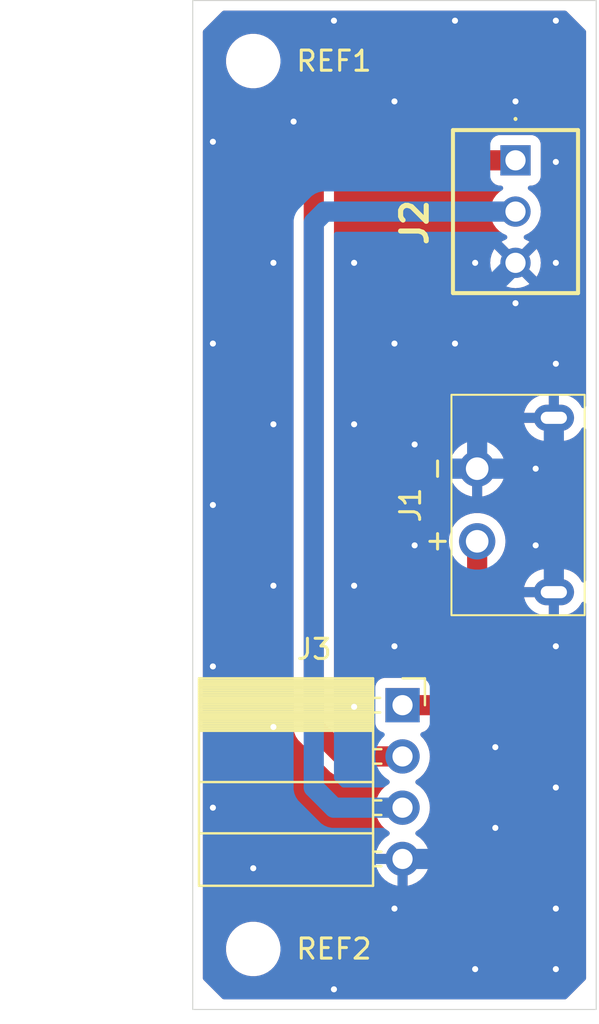
<source format=kicad_pcb>
(kicad_pcb (version 20240108) (generator "pcbnew") (generator_version "8.0")
  (title_block (title "Power supply and CAN BUS 1") (date "2024-09-26") (rev "0.1") (company "Mocke Tech., LLC") (comment 1 "Kiyotaka ATSUMI"))
  (layers (0 "F.Cu" signal) (31 "B.Cu" signal) (34 "B.Paste" user) (35 "F.Paste" user) (36 "B.SilkS" user "B.Silkscreen") (37 "F.SilkS" user "F.Silkscreen") (38 "B.Mask" user) (39 "F.Mask" user) (44 "Edge.Cuts" user))
  (net 0 "")
  (net 1 "Net-(J1-VBUS)")
  (net 2 "Net-(J3-Pin_2)")
  (net 3 "Net-(J3-Pin_3)")
  (net 4 "GND")
  (footprint "KiCad:WJEK25425403P14000A" (layer "F.Cu") (at 144 85.92 -90)
    (property "Reference" "J2" (at 3.08 5 90) (layer "F.SilkS") (effects (font (size 1.27 1.27) (thickness 0.254))))
    (property "Value" "WJEK254-2.54-03P-140-00A" (hide yes))
    (fp_line (start -1.5 3.1) (end -1.5 -3.1) (stroke (width 0.2)) (layer "F.SilkS"))
    (fp_line (start 6.58 3.1) (end -1.5 3.1) (stroke (width 0.2)) (layer "F.SilkS"))
    (fp_line (start -2.1 0) (end -2.1 0) (stroke (width 0.1)) (layer "F.SilkS"))
    (fp_line (start -2 0) (end -2 0) (stroke (width 0.1)) (layer "F.SilkS"))
    (fp_line (start -1.5 -3.1) (end 6.58 -3.1) (stroke (width 0.2)) (layer "F.SilkS"))
    (fp_line (start 6.58 -3.1) (end 6.58 3.1) (stroke (width 0.2)) (layer "F.SilkS"))
    (fp_arc (start -2.1 0) (mid -2.05 -0.05) (end -2 0) (stroke (width 0.1)) (layer "F.SilkS"))
    (fp_arc (start -2 0) (mid -2.05 0.05) (end -2.1 0) (stroke (width 0.1)) (layer "F.SilkS"))
    (pad "1" thru_hole rect (at 0 0 270) (size 1.5 1.5) (drill 1) (layers "*.Cu" "*.Mask") (net 2 "Net-(J3-Pin_2)"))
    (pad "2" thru_hole circle (at 2.54 0 270) (size 1.5 1.5) (drill 1) (layers "*.Cu" "*.Mask") (net 3 "Net-(J3-Pin_3)"))
    (pad "3" thru_hole circle (at 5.08 0 270) (size 1.5 1.5) (drill 1) (layers "*.Cu" "*.Mask") (net 4 "GND"))
  )
  (footprint "MountingHole:MountingHole_2.2mm_M2_DIN965" (layer "F.Cu") (at 131 125)
    (property "Reference" "REF2" (at 4 0 0) (layer "F.SilkS"))
    (property "Value" "MountingHole_2.2mm_M2_DIN965")
    (pad "" np_thru_hole circle (at 0 0) (size 2.2 2.2) (drill 2.2) (layers "*.Cu" "*.Mask"))
  )
  (footprint "Connector_PinSocket_2.54mm:PinSocket_1x04_P2.54mm_Horizontal" (layer "F.Cu") (at 138.4 112.92)
    (property "Reference" "J3" (at -4.38 -2.77 0) (layer "F.SilkS"))
    (property "Value" "Conn_01x04_Socket")
    (fp_line (start -10.09 -1.33) (end -10.09 8.95) (stroke (width 0.12)) (layer "F.SilkS"))
    (fp_line (start -10.09 -1.33) (end -1.46 -1.33) (stroke (width 0.12)) (layer "F.SilkS"))
    (fp_line (start -10.09 -1.21) (end -1.46 -1.21) (stroke (width 0.12)) (layer "F.SilkS"))
    (fp_line (start -10.09 -1.091905) (end -1.46 -1.091905) (stroke (width 0.12)) (layer "F.SilkS"))
    (fp_line (start -10.09 -0.97381) (end -1.46 -0.97381) (stroke (width 0.12)) (layer "F.SilkS"))
    (fp_line (start -10.09 -0.855715) (end -1.46 -0.855715) (stroke (width 0.12)) (layer "F.SilkS"))
    (fp_line (start -10.09 -0.73762) (end -1.46 -0.73762) (stroke (width 0.12)) (layer "F.SilkS"))
    (fp_line (start -10.09 -0.619525) (end -1.46 -0.619525) (stroke (width 0.12)) (layer "F.SilkS"))
    (fp_line (start -10.09 -0.50143) (end -1.46 -0.50143) (stroke (width 0.12)) (layer "F.SilkS"))
    (fp_line (start -10.09 -0.383335) (end -1.46 -0.383335) (stroke (width 0.12)) (layer "F.SilkS"))
    (fp_line (start -10.09 -0.26524) (end -1.46 -0.26524) (stroke (width 0.12)) (layer "F.SilkS"))
    (fp_line (start -10.09 -0.147145) (end -1.46 -0.147145) (stroke (width 0.12)) (layer "F.SilkS"))
    (fp_line (start -10.09 -0.02905) (end -1.46 -0.02905) (stroke (width 0.12)) (layer "F.SilkS"))
    (fp_line (start -10.09 0.089045) (end -1.46 0.089045) (stroke (width 0.12)) (layer "F.SilkS"))
    (fp_line (start -10.09 0.20714) (end -1.46 0.20714) (stroke (width 0.12)) (layer "F.SilkS"))
    (fp_line (start -10.09 0.325235) (end -1.46 0.325235) (stroke (width 0.12)) (layer "F.SilkS"))
    (fp_line (start -10.09 0.44333) (end -1.46 0.44333) (stroke (width 0.12)) (layer "F.SilkS"))
    (fp_line (start -10.09 0.561425) (end -1.46 0.561425) (stroke (width 0.12)) (layer "F.SilkS"))
    (fp_line (start -10.09 0.67952) (end -1.46 0.67952) (stroke (width 0.12)) (layer "F.SilkS"))
    (fp_line (start -10.09 0.797615) (end -1.46 0.797615) (stroke (width 0.12)) (layer "F.SilkS"))
    (fp_line (start -10.09 0.91571) (end -1.46 0.91571) (stroke (width 0.12)) (layer "F.SilkS"))
    (fp_line (start -10.09 1.033805) (end -1.46 1.033805) (stroke (width 0.12)) (layer "F.SilkS"))
    (fp_line (start -10.09 1.1519) (end -1.46 1.1519) (stroke (width 0.12)) (layer "F.SilkS"))
    (fp_line (start -10.09 1.27) (end -1.46 1.27) (stroke (width 0.12)) (layer "F.SilkS"))
    (fp_line (start -10.09 3.81) (end -1.46 3.81) (stroke (width 0.12)) (layer "F.SilkS"))
    (fp_line (start -10.09 6.35) (end -1.46 6.35) (stroke (width 0.12)) (layer "F.SilkS"))
    (fp_line (start -10.09 8.95) (end -1.46 8.95) (stroke (width 0.12)) (layer "F.SilkS"))
    (fp_line (start -1.46 -1.33) (end -1.46 8.95) (stroke (width 0.12)) (layer "F.SilkS"))
    (fp_line (start -1.46 -0.36) (end -1.11 -0.36) (stroke (width 0.12)) (layer "F.SilkS"))
    (fp_line (start -1.46 0.36) (end -1.11 0.36) (stroke (width 0.12)) (layer "F.SilkS"))
    (fp_line (start -1.46 2.18) (end -1.05 2.18) (stroke (width 0.12)) (layer "F.SilkS"))
    (fp_line (start -1.46 2.9) (end -1.05 2.9) (stroke (width 0.12)) (layer "F.SilkS"))
    (fp_line (start -1.46 4.72) (end -1.05 4.72) (stroke (width 0.12)) (layer "F.SilkS"))
    (fp_line (start -1.46 5.44) (end -1.05 5.44) (stroke (width 0.12)) (layer "F.SilkS"))
    (fp_line (start -1.46 7.26) (end -1.05 7.26) (stroke (width 0.12)) (layer "F.SilkS"))
    (fp_line (start -1.46 7.98) (end -1.05 7.98) (stroke (width 0.12)) (layer "F.SilkS"))
    (fp_line (start 0 -1.33) (end 1.11 -1.33) (stroke (width 0.12)) (layer "F.SilkS"))
    (fp_line (start 1.11 -1.33) (end 1.11 0) (stroke (width 0.12)) (layer "F.SilkS"))
    (pad "1" thru_hole rect (at 0 0) (size 1.7 1.7) (drill 1) (layers "*.Cu" "*.Mask") (net 1 "Net-(J1-VBUS)"))
    (pad "2" thru_hole oval (at 0 2.54) (size 1.7 1.7) (drill 1) (layers "*.Cu" "*.Mask") (net 2 "Net-(J3-Pin_2)"))
    (pad "3" thru_hole oval (at 0 5.08) (size 1.7 1.7) (drill 1) (layers "*.Cu" "*.Mask") (net 3 "Net-(J3-Pin_3)"))
    (pad "4" thru_hole oval (at 0 7.62) (size 1.7 1.7) (drill 1) (layers "*.Cu" "*.Mask") (net 4 "GND"))
  )
  (footprint "MountingHole:MountingHole_2.2mm_M2_DIN965" (layer "F.Cu") (at 131 81)
    (property "Reference" "REF1" (at 4 0 0) (layer "F.SilkS"))
    (property "Value" "MountingHole_2.2mm_M2_DIN965")
    (pad "" np_thru_hole circle (at 0 0) (size 2.2 2.2) (drill 2.2) (layers "*.Cu" "*.Mask"))
  )
  (footprint "A295-CTRPB-1:A295-CTRPB-1" (layer "F.Cu") (at 144 103 90)
    (property "Reference" "J1" (at 0 -5.207 90) (layer "F.SilkS"))
    (property "Value" "A295-CTRPB-1")
    (fp_rect (start -5.461 -3.175) (end 5.461 3.429) (stroke (width 0.1)) (fill none) (layer "F.SilkS"))
    (fp_text user "-" (at 1.8 -3.937 90) (layer "F.SilkS"))
    (fp_text user "+" (at -1.8 -3.937 90) (layer "F.SilkS"))
    (pad "1" thru_hole oval (at -1.8 -1.9 90) (size 1.8 1.8) (drill 1.12) (layers "*.Cu" "*.Mask") (net 1 "Net-(J1-VBUS)"))
    (pad "2" thru_hole oval (at 1.8 -1.9 90) (size 1.8 1.8) (drill 1.12) (layers "*.Cu" "*.Mask") (net 4 "GND"))
    (pad "3" thru_hole oval (at -4.32 1.9 90) (size 1.3 2) (drill oval 0.6 1.3) (layers "*.Cu" "*.Mask") (net 4 "GND"))
    (pad "3" thru_hole oval (at 4.32 1.9 90) (size 1.3 2) (drill oval 0.6 1.3) (layers "*.Cu" "*.Mask") (net 4 "GND"))
  )
  (gr_rect (start 128 78) (end 148 128) (stroke (width 0.05)) (fill none) (layer "Edge.Cuts"))
  (segment (start 144 109) (end 144 112) (width 1) (layer "F.Cu") (net 1))
  (segment (start 143.08 112.92) (end 138.4 112.92) (width 1) (layer "F.Cu") (net 1))
  (segment (start 144 112) (end 143.08 112.92) (width 1) (layer "F.Cu") (net 1))
  (segment (start 142.1 104.8) (end 142.1 107.1) (width 1) (layer "F.Cu") (net 1))
  (segment (start 142.1 107.1) (end 144 109) (width 1) (layer "F.Cu") (net 1))
  (segment (start 144 85.92) (end 135.08 85.92) (width 1) (layer "F.Cu") (net 2))
  (segment (start 135.08 85.92) (end 134 87) (width 1) (layer "F.Cu") (net 2))
  (segment (start 134 87) (end 134 114) (width 1) (layer "F.Cu") (net 2))
  (segment (start 135.46 115.46) (end 138.4 115.46) (width 1) (layer "F.Cu") (net 2))
  (segment (start 134 114) (end 135.46 115.46) (width 1) (layer "F.Cu") (net 2))
  (segment (start 134 117) (end 135 118) (width 1) (layer "B.Cu") (net 3))
  (segment (start 134 89) (end 134 117) (width 1) (layer "B.Cu") (net 3))
  (segment (start 134.54 88.46) (end 134 89) (width 1) (layer "B.Cu") (net 3))
  (segment (start 144 88.46) (end 134.54 88.46) (width 1) (layer "B.Cu") (net 3))
  (segment (start 135 118) (end 138.4 118) (width 1) (layer "B.Cu") (net 3))
  (via (at 136 91) (size 0.6) (drill 0.3) (layers "F.Cu" "B.Cu") (net 4))
  (via (at 129 118) (size 0.6) (drill 0.3) (layers "F.Cu" "B.Cu") (net 4))
  (via (at 132 114) (size 0.6) (drill 0.3) (layers "F.Cu" "B.Cu") (net 4))
  (via (at 141 79) (size 0.6) (drill 0.3) (layers "F.Cu" "B.Cu") (net 4))
  (via (at 146 123) (size 0.6) (drill 0.3) (layers "F.Cu" "B.Cu") (net 4))
  (via (at 142 91) (size 0.6) (drill 0.3) (layers "F.Cu" "B.Cu") (net 4))
  (via (at 146 96) (size 0.6) (drill 0.3) (layers "F.Cu" "B.Cu") (net 4))
  (via (at 143 115) (size 0.6) (drill 0.3) (layers "F.Cu" "B.Cu") (net 4))
  (via (at 129 111) (size 0.6) (drill 0.3) (layers "F.Cu" "B.Cu") (net 4))
  (via (at 144 83) (size 0.6) (drill 0.3) (layers "F.Cu" "B.Cu") (net 4))
  (via (at 138 123) (size 0.6) (drill 0.3) (layers "F.Cu" "B.Cu") (net 4))
  (via (at 132 99) (size 0.6) (drill 0.3) (layers "F.Cu" "B.Cu") (net 4))
  (via (at 135 79) (size 0.6) (drill 0.3) (layers "F.Cu" "B.Cu") (net 4))
  (via (at 136 107) (size 0.6) (drill 0.3) (layers "F.Cu" "B.Cu") (net 4))
  (via (at 132 91) (size 0.6) (drill 0.3) (layers "F.Cu" "B.Cu") (net 4))
  (via (at 141 95) (size 0.6) (drill 0.3) (layers "F.Cu" "B.Cu") (net 4))
  (via (at 133 84) (size 0.6) (drill 0.3) (layers "F.Cu" "B.Cu") (net 4))
  (via (at 138 83) (size 0.6) (drill 0.3) (layers "F.Cu" "B.Cu") (net 4))
  (via (at 144 93) (size 0.6) (drill 0.3) (layers "F.Cu" "B.Cu") (net 4))
  (via (at 136 99) (size 0.6) (drill 0.3) (layers "F.Cu" "B.Cu") (net 4))
  (via (at 139 105) (size 0.6) (drill 0.3) (layers "F.Cu" "B.Cu") (net 4))
  (via (at 129 103) (size 0.6) (drill 0.3) (layers "F.Cu" "B.Cu") (net 4))
  (via (at 143 119) (size 0.6) (drill 0.3) (layers "F.Cu" "B.Cu") (net 4))
  (via (at 138 95) (size 0.6) (drill 0.3) (layers "F.Cu" "B.Cu") (net 4))
  (via (at 136 113) (size 0.6) (drill 0.3) (layers "F.Cu" "B.Cu") (net 4))
  (via (at 139 100) (size 0.6) (drill 0.3) (layers "F.Cu" "B.Cu") (net 4))
  (via (at 129 85) (size 0.6) (drill 0.3) (layers "F.Cu" "B.Cu") (net 4))
  (via (at 146 117) (size 0.6) (drill 0.3) (layers "F.Cu" "B.Cu") (net 4))
  (via (at 142 126) (size 0.6) (drill 0.3) (layers "F.Cu" "B.Cu") (net 4))
  (via (at 132 107) (size 0.6) (drill 0.3) (layers "F.Cu" "B.Cu") (net 4))
  (via (at 131 121) (size 0.6) (drill 0.3) (layers "F.Cu" "B.Cu") (net 4))
  (via (at 138 110) (size 0.6) (drill 0.3) (layers "F.Cu" "B.Cu") (net 4))
  (via (at 146 91) (size 0.6) (drill 0.3) (layers "F.Cu" "B.Cu") (net 4))
  (via (at 145 101.2) (size 0.6) (drill 0.3) (layers "F.Cu" "B.Cu") (net 4))
  (via (at 146 86) (size 0.6) (drill 0.3) (layers "F.Cu" "B.Cu") (net 4))
  (via (at 146 110) (size 0.6) (drill 0.3) (layers "F.Cu" "B.Cu") (net 4))
  (via (at 145 105) (size 0.6) (drill 0.3) (layers "F.Cu" "B.Cu") (net 4))
  (via (at 129 95) (size 0.6) (drill 0.3) (layers "F.Cu" "B.Cu") (net 4))
  (via (at 146 126) (size 0.6) (drill 0.3) (layers "F.Cu" "B.Cu") (net 4))
  (via (at 135 127) (size 0.6) (drill 0.3) (layers "F.Cu" "B.Cu") (net 4))
  (via (at 146 79) (size 0.6) (drill 0.3) (layers "F.Cu" "B.Cu") (net 4))
  (segment (start 139.8 101.2) (end 139 102) (width 1) (layer "B.Cu") (net 4))
  (segment (start 144 91) (end 142.1 92.9) (width 1) (layer "B.Cu") (net 4))
  (segment (start 139 105) (end 139 108) (width 1) (layer "B.Cu") (net 4))
  (segment (start 145.7 101.2) (end 145.9 101) (width 1) (layer "B.Cu") (net 4))
  (segment (start 142 111) (end 142 119) (width 1) (layer "B.Cu") (net 4))
  (segment (start 145.9 101) (end 145.9 107.32) (width 1) (layer "B.Cu") (net 4))
  (segment (start 139 102) (end 139 105) (width 1) (layer "B.Cu") (net 4))
  (segment (start 142.1 92.9) (end 142.1 101.2) (width 1) (layer "B.Cu") (net 4))
  (segment (start 142 119) (end 140.46 120.54) (width 1) (layer "B.Cu") (net 4))
  (segment (start 139 108) (end 142 111) (width 1) (layer "B.Cu") (net 4))
  (segment (start 142.1 101.2) (end 139.8 101.2) (width 1) (layer "B.Cu") (net 4))
  (segment (start 145.9 98.68) (end 145.9 101) (width 1) (layer "B.Cu") (net 4))
  (segment (start 140.46 120.54) (end 138.4 120.54) (width 1) (layer "B.Cu") (net 4))
  (segment (start 145 101.2) (end 145.7 101.2) (width 1) (layer "B.Cu") (net 4))
  (segment (start 142.1 101.2) (end 145 101.2) (width 1) (layer "B.Cu") (net 4))
  (zone (net 4) (net_name "GND") (layer "F.Cu") (priority 1) (connect_pads (clearance 0.5)) (min_thickness 0.25) (fill yes (thermal_gap 0.5) (thermal_bridge_width 0.5) (smoothing chamfer) (radius 2))
    (polygon (pts (xy 128 128) (xy 128 78) (xy 148 78) (xy 148 128)))
  )
  (zone (net 4) (net_name "GND") (layer "B.Cu") (connect_pads (clearance 0.5)) (min_thickness 0.25) (fill yes (thermal_gap 0.5) (thermal_bridge_width 0.5) (smoothing chamfer) (radius 2))
    (polygon (pts (xy 128 128) (xy 128 78) (xy 148 78) (xy 148 128)))
  )
)
</source>
